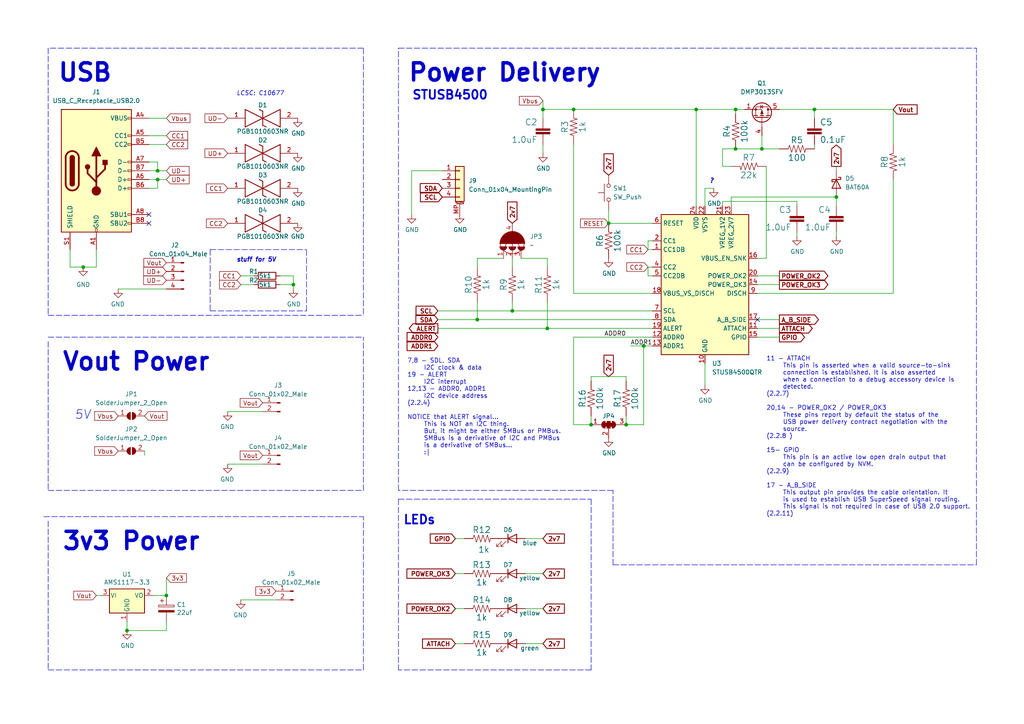
<source format=kicad_sch>
(kicad_sch (version 20211123) (generator eeschema)
  (paper "A4")
  (title_block (title "USB-C (PD) Board") (rev "0.0.1") (company "The Nerd Mage") (comment 1 "Set I2C address by cutting 1 or both links in JP4") (comment 2 "Cut all 3 links in JP3 to remove I2C pullups") (comment 3 "Stuff U1/C1 for 3v3 power supply") (comment 4 "Stuff only R1/R2 and jump J1 for 5V (non PD) power on Vout"))
  (lib_symbols
    (symbol "Connector:Conn_01x02_Male" (pin_names (offset 1.016) hide)
      (property "Reference" "J" (at 0 2.54 0))
      (property "Value" "Conn_01x02_Male" (at 0 -5.08 0))
      (symbol "Conn_01x02_Male_1_1"
        (pin passive line (at 5.08 0 180) (length 3.81) (name "Pin_1") (number "1"))
        (pin passive line (at 5.08 -2.54 180) (length 3.81) (name "Pin_2") (number "2"))
      )
    )
    (symbol "Connector:Conn_01x04_Male" (pin_names (offset 1.016) hide)
      (property "Reference" "J" (at 0 5.08 0))
      (property "Value" "Conn_01x04_Male" (at 0 -7.62 0))
      (symbol "Conn_01x04_Male_1_1"
        (pin passive line (at 5.08 2.54 180) (length 3.81) (name "Pin_1") (number "1"))
        (pin passive line (at 5.08 0 180) (length 3.81) (name "Pin_2") (number "2"))
        (pin passive line (at 5.08 -2.54 180) (length 3.81) (name "Pin_3") (number "3"))
        (pin passive line (at 5.08 -5.08 180) (length 3.81) (name "Pin_4") (number "4"))
      )
    )
    (symbol "Connector:USB_C_Receptacle_USB2.0" (pin_names (offset 1.016))
      (property "Reference" "J" (at -10.16 19.05 0))
      (property "Value" "USB_C_Receptacle_USB2.0" (at 19.05 19.05 0))
      (symbol "USB_C_Receptacle_USB2.0_1_1"
        (pin passive line (at 0 -22.86 90) (length 5.08) (name "GND") (number "A1"))
        (pin passive line (at 0 -22.86 90) (length 5.08) hide (name "GND") (number "A12"))
        (pin passive line (at 15.24 15.24 180) (length 5.08) (name "VBUS") (number "A4"))
        (pin bidirectional line (at 15.24 10.16 180) (length 5.08) (name "CC1") (number "A5"))
        (pin bidirectional line (at 15.24 -2.54 180) (length 5.08) (name "D+") (number "A6"))
        (pin bidirectional line (at 15.24 2.54 180) (length 5.08) (name "D-") (number "A7"))
        (pin bidirectional line (at 15.24 -12.7 180) (length 5.08) (name "SBU1") (number "A8"))
        (pin passive line (at 15.24 15.24 180) (length 5.08) hide (name "VBUS") (number "A9"))
        (pin passive line (at 0 -22.86 90) (length 5.08) hide (name "GND") (number "B1"))
        (pin passive line (at 0 -22.86 90) (length 5.08) hide (name "GND") (number "B12"))
        (pin passive line (at 15.24 15.24 180) (length 5.08) hide (name "VBUS") (number "B4"))
        (pin bidirectional line (at 15.24 7.62 180) (length 5.08) (name "CC2") (number "B5"))
        (pin bidirectional line (at 15.24 -5.08 180) (length 5.08) (name "D+") (number "B6"))
        (pin bidirectional line (at 15.24 0 180) (length 5.08) (name "D-") (number "B7"))
        (pin bidirectional line (at 15.24 -15.24 180) (length 5.08) (name "SBU2") (number "B8"))
        (pin passive line (at 15.24 15.24 180) (length 5.08) hide (name "VBUS") (number "B9"))
        (pin passive line (at -7.62 -22.86 90) (length 5.08) (name "SHIELD") (number "S1"))
      )
    )
    (symbol "Connector_Generic_MountingPin:Conn_01x04_MountingPin" (pin_names (offset 1.016) hide)
      (property "Reference" "J" (at 0 5.08 0))
      (property "Value" "Conn_01x04_MountingPin" (at 1.27 -7.62 0))
      (symbol "Conn_01x04_MountingPin_1_1"
        (text "Mounting" (at 0 -6.731 0) (effects (font (size 0.381 0.381))))
        (pin passive line (at -5.08 2.54 0) (length 3.81) (name "Pin_1") (number "1"))
        (pin passive line (at -5.08 0 0) (length 3.81) (name "Pin_2") (number "2"))
        (pin passive line (at -5.08 -2.54 0) (length 3.81) (name "Pin_3") (number "3"))
        (pin passive line (at -5.08 -5.08 0) (length 3.81) (name "Pin_4") (number "4"))
        (pin passive line (at 0 -10.16 90) (length 3.048) (name "MountPin") (number "MP"))
      )
    )
    (symbol "Device:CP" (pin_numbers hide) (pin_names (offset 0.254))
      (property "Reference" "C" (at 0.635 2.54 0))
      (property "Value" "Device_CP" (at 0.635 -2.54 0))
      (symbol "CP_1_1"
        (pin passive line (at 0 3.81 270) (length 2.794) (name "~") (number "1"))
        (pin passive line (at 0 -3.81 90) (length 2.794) (name "~") (number "2"))
      )
    )
    (symbol "Device:LED" (pin_numbers hide) (pin_names (offset 1.016) hide)
      (property "Reference" "D" (at 0 2.54 0))
      (property "Value" "LED" (at 0 -2.54 0))
      (symbol "LED_1_1"
        (pin passive line (at -3.81 0 0) (length 2.54) (name "K") (number "1"))
        (pin passive line (at 3.81 0 180) (length 2.54) (name "A") (number "2"))
      )
    )
    (symbol "Device:R" (pin_numbers hide) (pin_names (offset 0))
      (property "Reference" "R" (at 2.032 0 90))
      (property "Value" "R" (at 0 0 90))
      (symbol "R_1_1"
        (pin passive line (at 0 3.81 270) (length 1.27) (name "~") (number "1"))
        (pin passive line (at 0 -3.81 90) (length 1.27) (name "~") (number "2"))
      )
    )
    (symbol "Diode:BAT60A" (pin_numbers hide) (pin_names (offset 1.016) hide)
      (property "Reference" "D" (at 0 2.54 0))
      (property "Value" "BAT60A" (at 0 -2.54 0))
      (symbol "BAT60A_1_1"
        (pin passive line (at -3.81 0 0) (length 2.54) (name "K") (number "1"))
        (pin passive line (at 3.81 0 180) (length 2.54) (name "A") (number "2"))
      )
    )
    (symbol "Interface_USB:STUSB4500QTR"
      (property "Reference" "U" (at -12.7 21.59 0))
      (property "Value" "STUSB4500QTR" (at 8.89 -21.59 0))
      (symbol "STUSB4500QTR_1_1"
        (pin bidirectional line (at -15.24 10.16 0) (length 2.54) (name "CC1DB") (number "1"))
        (pin power_in line (at 0 -22.86 90) (length 2.54) (name "GND") (number "10"))
        (pin open_collector line (at 15.24 -12.7 180) (length 2.54) (name "ATTACH") (number "11"))
        (pin input line (at -15.24 -15.24 0) (length 2.54) (name "ADDR0") (number "12"))
        (pin input line (at -15.24 -17.78 0) (length 2.54) (name "ADDR1") (number "13"))
        (pin open_collector line (at 15.24 0 180) (length 2.54) (name "POWER_OK3") (number "14"))
        (pin open_collector line (at 15.24 -15.24 180) (length 2.54) (name "GPIO") (number "15"))
        (pin open_collector line (at 15.24 7.62 180) (length 2.54) (name "VBUS_EN_SNK") (number "16"))
        (pin open_collector line (at 15.24 -10.16 180) (length 2.54) (name "A_B_SIDE") (number "17"))
        (pin input line (at -15.24 -2.54 0) (length 2.54) (name "VBUS_VS_DISCH") (number "18"))
        (pin open_collector line (at -15.24 -12.7 0) (length 2.54) (name "ALERT") (number "19"))
        (pin bidirectional line (at -15.24 12.7 0) (length 2.54) (name "CC1") (number "2"))
        (pin open_collector line (at 15.24 2.54 180) (length 2.54) (name "POWER_OK2") (number "20"))
        (pin power_out line (at 5.08 22.86 270) (length 2.54) (name "VREG_1V2") (number "21"))
        (pin power_in line (at 0 22.86 270) (length 2.54) (name "VSYS") (number "22"))
        (pin power_out line (at 7.62 22.86 270) (length 2.54) (name "VREG_2V7") (number "23"))
        (pin power_in line (at -2.54 22.86 270) (length 2.54) (name "VDD") (number "24"))
        (pin passive line (at 0 -22.86 90) (length 2.54) hide (name "GND") (number "25"))
        (pin no_connect line (at -12.7 15.24 0) (length 2.54) hide (name "NC") (number "3"))
        (pin bidirectional line (at -15.24 5.08 0) (length 2.54) (name "CC2") (number "4"))
        (pin bidirectional line (at -15.24 2.54 0) (length 2.54) (name "CC2DB") (number "5"))
        (pin input line (at -15.24 17.78 0) (length 2.54) (name "RESET") (number "6"))
        (pin input line (at -15.24 -7.62 0) (length 2.54) (name "SCL") (number "7"))
        (pin bidirectional line (at -15.24 -10.16 0) (length 2.54) (name "SDA") (number "8"))
        (pin bidirectional line (at 15.24 -2.54 180) (length 2.54) (name "DISCH") (number "9"))
      )
    )
    (symbol "Jumper:SolderJumper_2_Open" (pin_names (offset 0) hide)
      (property "Reference" "JP" (at 0 2.032 0))
      (property "Value" "SolderJumper_2_Open" (at 0 -2.54 0))
      (symbol "SolderJumper_2_Open_1_1"
        (pin passive line (at -3.81 0 0) (length 2.54) (name "A") (number "1"))
        (pin passive line (at 3.81 0 180) (length 2.54) (name "B") (number "2"))
      )
    )
    (symbol "Jumper:SolderJumper_3_Bridged123" (pin_names (offset 0) hide)
      (property "Reference" "JP" (at -2.54 -2.54 0))
      (property "Value" "SolderJumper_3_Bridged123" (at 0 2.794 0))
      (symbol "SolderJumper_3_Bridged123_1_1"
        (pin passive line (at -5.08 0 0) (length 2.54) (name "A") (number "1"))
        (pin passive line (at 0 -3.81 90) (length 2.54) (name "C") (number "2"))
        (pin passive line (at 5.08 0 180) (length 2.54) (name "B") (number "3"))
      )
    )
    (symbol "PGB1010603NR:PGB1010603NR" (pin_names hide)
      (property "Value" "PGB1010603NR" (at 10.16 -6.35 0))
      (property "Reference_1" "D" (at 12.7 8.89 0))
      (property "Value_1" "PGB1010603NR" (at 12.7 6.35 0))
      (symbol "PGB1010603NR_1_1"
        (pin passive line (at 0 0 0) (length 5.08) (name "1") (number "1"))
        (pin passive line (at 20.32 0 180) (length 5.08) (name "2") (number "2"))
      )
    )
    (symbol "Regulator_Linear:AMS1117-3.3" (pin_names (offset 0.254))
      (property "Reference" "U" (at -3.81 3.175 0))
      (property "Value" "AMS1117-3.3" (at 0 3.175 0))
      (symbol "AMS1117-3.3_1_1"
        (pin power_in line (at 0 -7.62 90) (length 2.54) (name "GND") (number "1"))
        (pin power_out line (at 7.62 0 180) (length 2.54) (name "VO") (number "2"))
        (pin power_in line (at -7.62 0 0) (length 2.54) (name "VI") (number "3"))
      )
    )
    (symbol "SparkFun_STUSB4500_USB-PD-eagle-import:0.1UF-0603-100V-10%"
      (property "Reference" "C" (at 1.524 2.921 0))
      (property "Value" "0.1UF-0603-100V-10%" (at 1.524 -2.159 0))
      (symbol "0.1UF-0603-100V-10%_1_0"
        (pin passive line (at 0 5.08 270) (length 2.54) (name "1") (number "1"))
        (pin passive line (at 0 -2.54 90) (length 2.54) (name "2") (number "2"))
      )
    )
    (symbol "SparkFun_STUSB4500_USB-PD-eagle-import:1.0UF-0603-16V-10%"
      (property "Reference" "C" (at 1.524 2.921 0))
      (property "Value" "1.0UF-0603-16V-10%" (at 1.524 -2.159 0))
      (symbol "1.0UF-0603-16V-10%_1_0"
        (pin passive line (at 0 5.08 270) (length 2.54) (name "1") (number "1"))
        (pin passive line (at 0 -2.54 90) (length 2.54) (name "2") (number "2"))
      )
    )
    (symbol "SparkFun_STUSB4500_USB-PD-eagle-import:100KOHM-0603-1{slash}10W-1%"
      (property "Reference" "R" (at 0 1.524 0))
      (property "Value" "100KOHM-0603-1{slash}10W-1%" (at 0 -1.524 0))
      (symbol "100KOHM-0603-1{slash}10W-1%_1_0"
        (pin passive line (at -5.08 0 0) (length 2.54) (name "1") (number "1"))
        (pin passive line (at 5.08 0 180) (length 2.54) (name "2") (number "2"))
      )
    )
    (symbol "SparkFun_STUSB4500_USB-PD-eagle-import:100OHM-0603-1{slash}10W-1%"
      (property "Reference" "R" (at 0 1.524 0))
      (property "Value" "100OHM-0603-1{slash}10W-1%" (at 0 -1.524 0))
      (symbol "100OHM-0603-1{slash}10W-1%_1_0"
        (pin passive line (at -5.08 0 0) (length 2.54) (name "1") (number "1"))
        (pin passive line (at 5.08 0 180) (length 2.54) (name "2") (number "2"))
      )
    )
    (symbol "SparkFun_STUSB4500_USB-PD-eagle-import:1KOHM-0603-1{slash}10W-1%"
      (property "Reference" "R" (at 0 1.524 0))
      (property "Value" "1KOHM-0603-1{slash}10W-1%" (at 0 -1.524 0))
      (symbol "1KOHM-0603-1{slash}10W-1%_1_0"
        (pin passive line (at -5.08 0 0) (length 2.54) (name "1") (number "1"))
        (pin passive line (at 5.08 0 180) (length 2.54) (name "2") (number "2"))
      )
    )
    (symbol "SparkFun_STUSB4500_USB-PD-eagle-import:22KOHM-0603-1{slash}10W-1%"
      (property "Reference" "R" (at 0 1.524 0))
      (property "Value" "22KOHM-0603-1{slash}10W-1%" (at 0 -1.524 0))
      (symbol "22KOHM-0603-1{slash}10W-1%_1_0"
        (pin passive line (at -5.08 0 0) (length 2.54) (name "1") (number "1"))
        (pin passive line (at 5.08 0 180) (length 2.54) (name "2") (number "2"))
      )
    )
    (symbol "Switch:SW_Push" (pin_numbers hide) (pin_names (offset 1.016) hide)
      (property "Reference" "SW" (at 1.27 2.54 0))
      (property "Value" "SW_Push" (at 0 -1.524 0))
      (symbol "SW_Push_0_1"
        (pin passive line (at -5.08 0 0) (length 2.54) (name "1") (number "1"))
        (pin passive line (at 5.08 0 180) (length 2.54) (name "2") (number "2"))
      )
    )
    (symbol "Transistor_FET:DMP3013SFV" (pin_names hide)
      (property "Reference" "Q" (at 5.08 1.905 0))
      (property "Value" "DMP3013SFV" (at 5.08 0 0))
      (symbol "DMP3013SFV_1_1"
        (pin passive line (at 2.54 -5.08 90) (length 2.54) (name "S") (number "1"))
        (pin passive line (at 2.54 -5.08 90) (length 2.54) hide (name "S") (number "2"))
        (pin passive line (at 2.54 -5.08 90) (length 2.54) hide (name "S") (number "3"))
        (pin passive line (at -5.08 0 0) (length 2.54) (name "G") (number "4"))
        (pin passive line (at 2.54 5.08 270) (length 2.54) (name "D") (number "5"))
      )
    )
    (symbol "power:GND" (power) (pin_names (offset 0))
      (property "Value" "GND" (at 0 -3.81 0))
      (symbol "GND_1_1"
        (pin power_in line (at 0 0 270) (length 0) hide (name "GND") (number "1"))
      )
    )
    (symbol "solderjumper_4_bridged_all:SolderJumper_4_Bridged" (pin_names (offset 0) hide)
      (property "Reference" "JP" (at -5.08 1.27 0))
      (property "Value" "SolderJumper_4_Bridged" (at 0 -11.43 0))
      (symbol "SolderJumper_4_Bridged_1_1"
        (pin passive line (at -2.54 -3.81 90) (length 2.54) (name "A") (number "1"))
        (pin passive line (at 0 -3.81 90) (length 2.54) (name "B") (number "2"))
        (pin passive line (at 2.54 -3.81 90) (length 2.54) (name "B") (number "3"))
        (pin passive line (at 0 6.35 270) (length 2.54) (name "B") (number "4"))
      )
    )
  )
  (junction (at 181.61 123.19))
  (junction (at 157.48 31.75))
  (junction (at 24.13 77.47))
  (junction (at 220.98 43.18))
  (junction (at 166.37 31.75))
  (junction (at 138.43 92.71))
  (junction (at 201.93 31.75))
  (junction (at 171.45 123.19))
  (junction (at 48.26 172.72))
  (junction (at 45.72 49.53))
  (junction (at 236.22 31.75))
  (junction (at 176.53 64.77))
  (junction (at 148.59 90.17))
  (junction (at 242.57 57.15))
  (junction (at 45.72 52.07))
  (junction (at 213.36 31.75))
  (junction (at 36.83 182.88))
  (junction (at 186.69 100.33))
  (junction (at 213.36 43.18))
  (junction (at 158.75 95.25))
  (junction (at 85.09 82.55))
  (no_connect (at 43.18 62.23))
  (no_connect (at 43.18 64.77))
  (no_connect (at 219.71 92.71))
  (wire (pts (xy 158.75 95.25) (xy 189.23 95.25)))
  (wire (pts (xy 182.88 100.33) (xy 186.69 100.33)))
  (wire (pts (xy 27.94 172.72) (xy 29.21 172.72)))
  (wire (pts (xy 186.69 100.33) (xy 189.23 100.33)))
  (wire (pts (xy 204.47 54.61) (xy 204.47 59.69)))
  (wire (pts (xy 236.22 31.75) (xy 259.08 31.75)))
  (wire (pts (xy 213.36 33.02) (xy 213.36 31.75)))
  (polyline (pts (xy 115.57 144.78) (xy 171.45 144.78)))
  (polyline (pts (xy 105.41 13.97) (xy 105.41 91.44)))
  (wire (pts (xy 213.36 43.18) (xy 220.98 43.18)))
  (wire (pts (xy 176.53 60.96) (xy 176.53 64.77)))
  (wire (pts (xy 43.18 34.29) (xy 48.26 34.29)))
  (wire (pts (xy 219.71 97.79) (xy 226.06 97.79)))
  (wire (pts (xy 242.57 49.53) (xy 242.57 48.26)))
  (wire (pts (xy 181.61 120.65) (xy 181.61 123.19)))
  (wire (pts (xy 219.71 82.55) (xy 226.06 82.55)))
  (wire (pts (xy 186.69 123.19) (xy 186.69 100.33)))
  (wire (pts (xy 44.45 172.72) (xy 48.26 172.72)))
  (polyline (pts (xy 105.41 13.97) (xy 13.97 13.97)))
  (polyline (pts (xy 13.97 142.24) (xy 105.41 142.24)))
  (wire (pts (xy 201.93 31.75) (xy 166.37 31.75)))
  (polyline (pts (xy 115.57 144.78) (xy 115.57 194.31)))
  (wire (pts (xy 152.4 156.21) (xy 157.48 156.21)))
  (wire (pts (xy 138.43 92.71) (xy 189.23 92.71)))
  (wire (pts (xy 187.96 69.85) (xy 187.96 72.39)))
  (wire (pts (xy 166.37 97.79) (xy 189.23 97.79)))
  (polyline (pts (xy 105.41 142.24) (xy 105.41 97.79)))
  (wire (pts (xy 127 90.17) (xy 148.59 90.17)))
  (wire (pts (xy 85.09 82.55) (xy 85.09 83.82)))
  (polyline (pts (xy 88.9 90.17) (xy 88.9 72.39)))
  (wire (pts (xy 20.32 77.47) (xy 24.13 77.47)))
  (wire (pts (xy 45.72 49.53) (xy 48.26 49.53)))
  (wire (pts (xy 43.18 54.61) (xy 45.72 54.61)))
  (wire (pts (xy 69.85 80.01) (xy 73.66 80.01)))
  (wire (pts (xy 231.14 58.42) (xy 231.14 59.69)))
  (polyline (pts (xy 60.96 90.17) (xy 88.9 90.17)))
  (wire (pts (xy 128.27 49.53) (xy 119.38 49.53)))
  (wire (pts (xy 157.48 31.75) (xy 166.37 31.75)))
  (wire (pts (xy 152.4 186.69) (xy 157.48 186.69)))
  (wire (pts (xy 146.05 74.93) (xy 138.43 74.93)))
  (wire (pts (xy 212.09 59.69) (xy 212.09 57.15)))
  (polyline (pts (xy 12.7 149.86) (xy 105.41 149.86)))
  (wire (pts (xy 134.62 186.69) (xy 132.08 186.69)))
  (wire (pts (xy 157.48 41.91) (xy 157.48 44.45)))
  (wire (pts (xy 171.45 120.65) (xy 171.45 123.19)))
  (wire (pts (xy 166.37 123.19) (xy 166.37 97.79)))
  (wire (pts (xy 204.47 105.41) (xy 204.47 111.76)))
  (wire (pts (xy 43.18 41.91) (xy 48.26 41.91)))
  (wire (pts (xy 209.55 58.42) (xy 209.55 59.69)))
  (wire (pts (xy 201.93 31.75) (xy 201.93 59.69)))
  (polyline (pts (xy 13.97 99.06) (xy 13.97 142.24)))
  (wire (pts (xy 189.23 69.85) (xy 187.96 69.85)))
  (polyline (pts (xy 60.96 72.39) (xy 60.96 90.17)))
  (wire (pts (xy 152.4 176.53) (xy 157.48 176.53)))
  (polyline (pts (xy 171.45 194.31) (xy 115.57 194.31)))
  (wire (pts (xy 157.48 31.75) (xy 157.48 34.29)))
  (wire (pts (xy 81.28 80.01) (xy 85.09 80.01)))
  (wire (pts (xy 138.43 74.93) (xy 138.43 77.47)))
  (polyline (pts (xy 13.97 194.31) (xy 105.41 194.31)))
  (wire (pts (xy 43.18 46.99) (xy 45.72 46.99)))
  (wire (pts (xy 48.26 83.82) (xy 34.29 83.82)))
  (wire (pts (xy 157.48 29.21) (xy 157.48 31.75)))
  (wire (pts (xy 189.23 77.47) (xy 187.96 77.47)))
  (wire (pts (xy 219.71 95.25) (xy 226.06 95.25)))
  (polyline (pts (xy 13.97 91.44) (xy 105.41 91.44)))
  (wire (pts (xy 45.72 52.07) (xy 48.26 52.07)))
  (wire (pts (xy 148.59 74.93) (xy 148.59 77.47)))
  (wire (pts (xy 242.57 67.31) (xy 242.57 68.58)))
  (wire (pts (xy 48.26 167.64) (xy 48.26 172.72)))
  (wire (pts (xy 213.36 31.75) (xy 201.93 31.75)))
  (wire (pts (xy 48.26 180.34) (xy 48.26 182.88)))
  (wire (pts (xy 219.71 80.01) (xy 226.06 80.01)))
  (wire (pts (xy 231.14 67.31) (xy 231.14 68.58)))
  (wire (pts (xy 43.18 52.07) (xy 45.72 52.07)))
  (wire (pts (xy 48.26 182.88) (xy 36.83 182.88)))
  (wire (pts (xy 207.01 54.61) (xy 204.47 54.61)))
  (wire (pts (xy 209.55 58.42) (xy 231.14 58.42)))
  (polyline (pts (xy 115.57 142.24) (xy 115.57 13.97)))
  (polyline (pts (xy 105.41 194.31) (xy 105.41 149.86)))
  (wire (pts (xy 259.08 52.07) (xy 259.08 85.09)))
  (wire (pts (xy 212.09 57.15) (xy 242.57 57.15)))
  (polyline (pts (xy 13.97 151.13) (xy 13.97 194.31)))
  (wire (pts (xy 181.61 110.49) (xy 181.61 109.22)))
  (polyline (pts (xy 115.57 13.97) (xy 283.21 13.97)))
  (polyline (pts (xy 177.8 142.24) (xy 115.57 142.24)))
  (wire (pts (xy 81.28 82.55) (xy 85.09 82.55)))
  (polyline (pts (xy 13.97 13.97) (xy 13.97 91.44)))
  (wire (pts (xy 213.36 31.75) (xy 215.9 31.75)))
  (wire (pts (xy 158.75 87.63) (xy 158.75 95.25)))
  (wire (pts (xy 76.2 119.38) (xy 66.04 119.38)))
  (wire (pts (xy 187.96 80.01) (xy 187.96 77.47)))
  (wire (pts (xy 43.18 49.53) (xy 45.72 49.53)))
  (polyline (pts (xy 177.8 163.83) (xy 177.8 142.24)))
  (wire (pts (xy 220.98 43.18) (xy 226.06 43.18)))
  (polyline (pts (xy 60.96 72.39) (xy 88.9 72.39)))
  (wire (pts (xy 259.08 31.75) (xy 259.08 41.91)))
  (wire (pts (xy 41.91 132.08) (xy 41.91 130.81)))
  (wire (pts (xy 134.62 166.37) (xy 132.08 166.37)))
  (wire (pts (xy 27.94 72.39) (xy 27.94 77.47)))
  (wire (pts (xy 127 92.71) (xy 138.43 92.71)))
  (wire (pts (xy 76.2 134.62) (xy 66.04 134.62)))
  (wire (pts (xy 138.43 87.63) (xy 138.43 92.71)))
  (wire (pts (xy 148.59 87.63) (xy 148.59 90.17)))
  (wire (pts (xy 24.13 77.47) (xy 27.94 77.47)))
  (wire (pts (xy 20.32 72.39) (xy 20.32 77.47)))
  (wire (pts (xy 166.37 85.09) (xy 166.37 41.91)))
  (wire (pts (xy 171.45 109.22) (xy 171.45 110.49)))
  (wire (pts (xy 222.25 74.93) (xy 222.25 48.26)))
  (wire (pts (xy 189.23 72.39) (xy 187.96 72.39)))
  (wire (pts (xy 151.13 74.93) (xy 158.75 74.93)))
  (wire (pts (xy 69.85 82.55) (xy 73.66 82.55)))
  (wire (pts (xy 236.22 34.29) (xy 236.22 31.75)))
  (polyline (pts (xy 177.8 163.83) (xy 283.21 163.83)))
  (wire (pts (xy 209.55 43.18) (xy 213.36 43.18)))
  (wire (pts (xy 181.61 123.19) (xy 186.69 123.19)))
  (wire (pts (xy 189.23 80.01) (xy 187.96 80.01)))
  (wire (pts (xy 132.08 156.21) (xy 134.62 156.21)))
  (wire (pts (xy 219.71 74.93) (xy 222.25 74.93)))
  (wire (pts (xy 119.38 49.53) (xy 119.38 62.23)))
  (wire (pts (xy 171.45 123.19) (xy 166.37 123.19)))
  (wire (pts (xy 220.98 39.37) (xy 220.98 43.18)))
  (wire (pts (xy 45.72 54.61) (xy 45.72 52.07)))
  (wire (pts (xy 166.37 85.09) (xy 189.23 85.09)))
  (wire (pts (xy 127 95.25) (xy 158.75 95.25)))
  (wire (pts (xy 209.55 48.26) (xy 212.09 48.26)))
  (wire (pts (xy 181.61 109.22) (xy 171.45 109.22)))
  (wire (pts (xy 236.22 31.75) (xy 226.06 31.75)))
  (wire (pts (xy 36.83 182.88) (xy 36.83 180.34)))
  (wire (pts (xy 242.57 57.15) (xy 242.57 59.69)))
  (wire (pts (xy 219.71 92.71) (xy 226.06 92.71)))
  (wire (pts (xy 152.4 166.37) (xy 157.48 166.37)))
  (polyline (pts (xy 171.45 144.78) (xy 171.45 194.31)))
  (wire (pts (xy 209.55 43.18) (xy 209.55 48.26)))
  (wire (pts (xy 259.08 85.09) (xy 219.71 85.09)))
  (wire (pts (xy 43.18 39.37) (xy 48.26 39.37)))
  (wire (pts (xy 158.75 74.93) (xy 158.75 77.47)))
  (wire (pts (xy 45.72 46.99) (xy 45.72 49.53)))
  (wire (pts (xy 176.53 64.77) (xy 189.23 64.77)))
  (polyline (pts (xy 283.21 163.83) (xy 283.21 13.97)))
  (polyline (pts (xy 13.97 97.79) (xy 105.41 97.79)))
  (wire (pts (xy 85.09 80.01) (xy 85.09 82.55)))
  (wire (pts (xy 134.62 176.53) (xy 132.08 176.53)))
  (wire (pts (xy 236.22 43.18) (xy 236.22 41.91)))
  (wire (pts (xy 148.59 90.17) (xy 189.23 90.17)))
  (wire (pts (xy 80.01 173.99) (xy 69.85 173.99)))
  (text "3v3 Power" (at 17.78 160.02 0) (effects (font (size 5 5) (thickness 1) bold) (justify left bottom)))
  (text "Vout Power" (at 17.78 107.95 0) (effects (font (size 5 5) (thickness 1) bold) (justify left bottom)))
  (text "stuff for 5V" (at 68.58 76.2 0) (effects (font (size 1.27 1.27) (thickness 0.254) bold italic) (justify left bottom)))
  (text "?" (at 205.74 53.34 0) (effects (font (size 1.27 1.27) (thickness 0.254) bold italic) (justify left bottom)))
  (text "STUSB4500" (at 119.38 29.21 180) (effects (font (size 2.54 2.54) (thickness 0.508) bold) (justify left bottom)))
  (text "LCSC: C10677" (at 68.58 27.94 0) (effects (font (size 1.27 1.27) italic) (justify left bottom)))
  (text "USB" (at 16.51 24.13 0) (effects (font (size 5 5) (thickness 1) bold) (justify left bottom)))
  (text "7,8 - SDL, SDA\n	I2C clock & data\n19 - ALERT\n	I2C interrupt\n12,13 - ADDR0, ADDR1\n	I2C device address\n(2.2.4)\n\nNOTICE that ALERT signal...\n	This is NOT an I2C thing.\n	But, it might be either SMBus or PMBus.\n	SMBus is a derivative of I2C and PMBus\n	is a derivative of SMBus...\n	:|" (at 118.11 132.08 0) (effects (font (size 1.27 1.27)) (justify left bottom)))
  (text "Power Delivery" (at 118.11 24.13 0) (effects (font (size 5 5) (thickness 1) bold) (justify left bottom)))
  (text "5V" (at 21.59 121.92 0) (effects (font (size 2.54 2.54) italic) (justify left bottom)))
  (text "11 - ATTACH\n	This pin is asserted when a valid source-to-sink\n	connection is established. It is also asserted\n	when a connection to a debug accessory device is\n	detected.\n(2.2.7)\n\n20,14 - POWER_OK2 / POWER_OK3\n	These pins report by default the status of the\n	USB power delivery contract negotiation with the\n	source.\n(2.2.8 )\n\n15- GPIO\n	This pin is an active low open drain output that\n	can be configured by NVM.\n(2.2.9)\n\n17 - A_B_SIDE\n	This output pin provides the cable orientation. It\n	is used to establish USB SuperSpeed signal routing.\n	This signal is not required in case of USB 2.0 support.\n(2.2.11)" (at 222.25 149.86 0) (effects (font (size 1.27 1.27)) (justify left bottom)))
  (text "LEDs" (at 116.84 152.4 180) (effects (font (size 2.54 2.54) (thickness 0.508) bold) (justify left bottom)))
  (label "ADDR1" (at 182.88 100.33 0))
  (label "ADDR0" (at 175.26 97.79 0))
  (global_label "2v7" (shape input) (at 157.48 186.69 0) (effects (font (thickness 0.254) bold)) (property "Intersheet References" "${INTERSHEET_REFS}" (effects hide)))
  (global_label "Vbus" (shape input) (at 34.29 120.65 180) (property "Intersheet References" "${INTERSHEET_REFS}" (effects hide)))
  (global_label "Vout" (shape input) (at 41.91 120.65 0) (property "Intersheet References" "${INTERSHEET_REFS}" (effects hide)))
  (global_label "Vbus" (shape input) (at 34.29 130.81 180) (property "Intersheet References" "${INTERSHEET_REFS}" (effects hide)))
  (global_label "GPIO" (shape output) (at 226.06 97.79 0) (effects (font (thickness 0.254) bold)) (property "Intersheet References" "${INTERSHEET_REFS}" (effects hide)))
  (global_label "CC2" (shape input) (at 187.96 77.47 180) (property "Intersheet References" "${INTERSHEET_REFS}" (effects hide)))
  (global_label "SCL" (shape input) (at 127 90.17 180) (effects (font (thickness 0.254) bold)) (property "Intersheet References" "${INTERSHEET_REFS}" (effects hide)))
  (global_label "3v3" (shape input) (at 48.26 167.64 0) (property "Intersheet References" "${INTERSHEET_REFS}" (effects hide)))
  (global_label "2v7" (shape output) (at 242.57 48.26 90) (effects (font (thickness 0.254) bold)) (property "Intersheet References" "${INTERSHEET_REFS}" (effects hide)))
  (global_label "CC1" (shape input) (at 187.96 72.39 180) (property "Intersheet References" "${INTERSHEET_REFS}" (effects hide)))
  (global_label "ATTACH" (shape input) (at 132.08 186.69 180) (effects (font (thickness 0.254) bold)) (property "Intersheet References" "${INTERSHEET_REFS}" (effects hide)))
  (global_label "Vout" (shape input) (at 48.26 76.2 180) (property "Intersheet References" "${INTERSHEET_REFS}" (effects hide)))
  (global_label "RESET" (shape input) (at 176.53 64.77 180) (property "Intersheet References" "${INTERSHEET_REFS}" (effects hide)))
  (global_label "ADDR0" (shape input) (at 127 97.79 180) (effects (font bold)) (property "Intersheet References" "${INTERSHEET_REFS}" (effects hide)))
  (global_label "Vout" (shape input) (at 76.2 116.84 180) (property "Intersheet References" "${INTERSHEET_REFS}" (effects hide)))
  (global_label "Vout" (shape input) (at 259.08 31.75 0) (effects (font (thickness 0.254) bold)) (property "Intersheet References" "${INTERSHEET_REFS}" (effects hide)))
  (global_label "POWER_OK3" (shape input) (at 132.08 166.37 180) (effects (font (thickness 0.254) bold)) (property "Intersheet References" "${INTERSHEET_REFS}" (effects hide)))
  (global_label "3v3" (shape input) (at 80.01 171.45 180) (property "Intersheet References" "${INTERSHEET_REFS}" (effects hide)))
  (global_label "UD+" (shape input) (at 48.26 52.07 0) (property "Intersheet References" "${INTERSHEET_REFS}" (effects hide)))
  (global_label "CC1" (shape input) (at 48.26 39.37 0) (property "Intersheet References" "${INTERSHEET_REFS}" (effects hide)))
  (global_label "UD-" (shape input) (at 48.26 81.28 180) (property "Intersheet References" "${INTERSHEET_REFS}" (effects hide)))
  (global_label "A_B_SIDE" (shape output) (at 226.06 92.71 0) (effects (font (thickness 0.254) bold)) (property "Intersheet References" "${INTERSHEET_REFS}" (effects hide)))
  (global_label "2v7" (shape input) (at 157.48 176.53 0) (effects (font (thickness 0.254) bold)) (property "Intersheet References" "${INTERSHEET_REFS}" (effects hide)))
  (global_label "CC2" (shape input) (at 66.04 64.77 180) (property "Intersheet References" "${INTERSHEET_REFS}" (effects hide)))
  (global_label "UD+" (shape input) (at 66.04 44.45 180) (property "Intersheet References" "${INTERSHEET_REFS}" (effects hide)))
  (global_label "2v7" (shape input) (at 157.48 156.21 0) (effects (font (thickness 0.254) bold)) (property "Intersheet References" "${INTERSHEET_REFS}" (effects hide)))
  (global_label "SDA" (shape input) (at 127 92.71 180) (effects (font bold)) (property "Intersheet References" "${INTERSHEET_REFS}" (effects hide)))
  (global_label "POWER_OK2" (shape output) (at 226.06 80.01 0) (effects (font (thickness 0.254) bold)) (property "Intersheet References" "${INTERSHEET_REFS}" (effects hide)))
  (global_label "2v7" (shape input) (at 157.48 166.37 0) (effects (font (thickness 0.254) bold)) (property "Intersheet References" "${INTERSHEET_REFS}" (effects hide)))
  (global_label "CC2" (shape input) (at 48.26 41.91 0) (property "Intersheet References" "${INTERSHEET_REFS}" (effects hide)))
  (global_label "POWER_OK3" (shape output) (at 226.06 82.55 0) (effects (font (thickness 0.254) bold)) (property "Intersheet References" "${INTERSHEET_REFS}" (effects hide)))
  (global_label "ATTACH" (shape output) (at 226.06 95.25 0) (effects (font (thickness 0.254) bold)) (property "Intersheet References" "${INTERSHEET_REFS}" (effects hide)))
  (global_label "ALERT" (shape output) (at 127 95.25 180) (effects (font bold)) (property "Intersheet References" "${INTERSHEET_REFS}" (effects hide)))
  (global_label "SDA" (shape input) (at 128.27 54.61 180) (effects (font bold)) (property "Intersheet References" "${INTERSHEET_REFS}" (effects hide)))
  (global_label "UD-" (shape input) (at 48.26 49.53 0) (property "Intersheet References" "${INTERSHEET_REFS}" (effects hide)))
  (global_label "2v7" (shape input) (at 176.53 109.22 90) (effects (font (thickness 0.254) bold)) (property "Intersheet References" "${INTERSHEET_REFS}" (effects hide)))
  (global_label "2v7" (shape input) (at 148.59 64.77 90) (effects (font (thickness 0.254) bold)) (property "Intersheet References" "${INTERSHEET_REFS}" (effects hide)))
  (global_label "GPIO" (shape input) (at 132.08 156.21 180) (effects (font (thickness 0.254) bold)) (property "Intersheet References" "${INTERSHEET_REFS}" (effects hide)))
  (global_label "CC2" (shape input) (at 69.85 82.55 180) (property "Intersheet References" "${INTERSHEET_REFS}" (effects hide)))
  (global_label "Vbus" (shape input) (at 157.48 29.21 180) (property "Intersheet References" "${INTERSHEET_REFS}" (effects hide)))
  (global_label "Vout" (shape input) (at 76.2 132.08 180) (property "Intersheet References" "${INTERSHEET_REFS}" (effects hide)))
  (global_label "SCL" (shape input) (at 128.27 57.15 180) (effects (font (thickness 0.254) bold)) (property "Intersheet References" "${INTERSHEET_REFS}" (effects hide)))
  (global_label "2v7" (shape input) (at 176.53 50.8 90) (effects (font (thickness 0.254) bold)) (property "Intersheet References" "${INTERSHEET_REFS}" (effects hide)))
  (global_label "CC1" (shape input) (at 66.04 54.61 180) (property "Intersheet References" "${INTERSHEET_REFS}" (effects hide)))
  (global_label "Vbus" (shape input) (at 48.26 34.29 0) (property "Intersheet References" "${INTERSHEET_REFS}" (effects hide)))
  (global_label "UD-" (shape input) (at 66.04 34.29 180) (property "Intersheet References" "${INTERSHEET_REFS}" (effects hide)))
  (global_label "Vout" (shape input) (at 27.94 172.72 180) (property "Intersheet References" "${INTERSHEET_REFS}" (effects hide)))
  (global_label "ADDR1" (shape input) (at 127 100.33 180) (effects (font bold)) (property "Intersheet References" "${INTERSHEET_REFS}" (effects hide)))
  (global_label "UD+" (shape input) (at 48.26 78.74 180) (property "Intersheet References" "${INTERSHEET_REFS}" (effects hide)))
  (global_label "POWER_OK2" (shape input) (at 132.08 176.53 180) (effects (font (thickness 0.254) bold)) (property "Intersheet References" "${INTERSHEET_REFS}" (effects hide)))
  (global_label "CC1" (shape input) (at 69.85 80.01 180) (property "Intersheet References" "${INTERSHEET_REFS}" (effects hide)))
  (symbol (lib_id "Diode:BAT60A") (at 242.57 53.34 270) (unit 1)
    (property "Reference" "D5" (at 245.11 51.7524 90) (effects (justify left)))
    (property "Value" "BAT60A" (at 245.11 54.2924 90) (effects (justify left)))
    (property "Footprint" "Diode_SMD:D_SOD-323" (effects hide))
    (property "Datasheet" "https://www.infineon.com/dgdl/Infineon-BAT60ASERIES-DS-v01_01-en.pdf?fileId=db3a304313d846880113def70c9304a9" (effects hide))
  )
  (symbol (lib_id "Jumper:SolderJumper_3_Bridged123") (at 176.53 123.19 0) (unit 1)
    (property "Reference" "JP4" (at 176.53 120.65 0))
    (property "Value" "SolderJumper_3_Bridged123" (effects hide))
    (property "Footprint" "Tinker:SolderJumper-3_P1.3mm_Bridged123_Pad1.0x1.5mm" (effects hide))
  )
  (symbol (lib_id "Device:LED") (at 148.59 186.69 0) (unit 1)
    (property "Reference" "D9" (at 147.32 184.15 0))
    (property "Value" "green" (at 153.67 187.96 0))
    (property "Footprint" "LED_SMD:LED_0603_1608Metric" (effects hide))
  )
  (symbol (lib_id "Device:LED") (at 148.59 166.37 0) (unit 1)
    (property "Reference" "D7" (at 147.32 163.83 0))
    (property "Value" "yellow" (at 153.67 167.64 0))
    (property "Footprint" "LED_SMD:LED_0603_1608Metric" (effects hide))
  )
  (symbol (lib_id "SparkFun_STUSB4500_USB-PD-eagle-import:1.0UF-0603-16V-10%") (at 157.48 39.37 0) (mirror y) (unit 1)
    (property "Reference" "C2" (at 155.956 36.449 0) (effects (font (size 1.778 1.778)) (justify left bottom)))
    (property "Value" "1.0uF" (at 155.956 41.529 0) (effects (font (size 1.778 1.778)) (justify left bottom)))
    (property "Footprint" "Capacitor_SMD:C_0603_1608Metric" (effects hide))
  )
  (symbol (lib_id "SparkFun_STUSB4500_USB-PD-eagle-import:1.0UF-0603-16V-10%") (at 242.57 64.77 0) (mirror y) (unit 1)
    (property "Reference" "C4" (at 241.046 61.849 0) (effects (font (size 1.778 1.778)) (justify left bottom)))
    (property "Value" "1.0uF" (at 241.046 66.929 0) (effects (font (size 1.778 1.778)) (justify left bottom)))
    (property "Footprint" "Capacitor_SMD:C_0603_1608Metric" (effects hide))
  )
  (symbol (lib_id "PGB1010603NR:PGB1010603NR") (at 66.04 54.61 0) (unit 1)
    (property "Reference" "D3" (at 76.2 50.8 0))
    (property "Value" "PGB1010603NR" (at 76.2 58.42 0))
    (property "Footprint" "Tinker:PGB1010603NRHF" (effects hide))
    (property "Reference_1" "D" (effects hide))
    (property "Value_1" "PGB1010603NR" (effects hide))
    (property "Footprint_1" "PGB1010603NRHF" (effects hide))
    (property "Datasheet_1" "https://www.littelfuse.com/data/en/data_sheets/littelfuse_pulseguard-esd_pgb1.pdf" (effects hide))
    (property "Height" "0.36" (effects hide))
    (property "Manufacturer_Name" "LITTELFUSE" (effects hide))
    (property "Manufacturer_Part_Number" "PGB1010603NR" (effects hide))
    (property "Mouser Part Number" "576-PGB1010603NR" (effects hide))
    (property "Mouser Price/Stock" "https://www.mouser.co.uk/ProductDetail/Littelfuse/PGB1010603NR?qs=gu7KAQ731UTJOoBJUwB8FA%3D%3D" (effects hide))
    (property "Arrow Part Number" "PGB1010603NR" (effects hide))
    (property "Arrow Price/Stock" "https://www.arrow.com/en/products/pgb1010603nr/littelfuse?region=nac" (effects hide))
  )
  (symbol (lib_id "SparkFun_STUSB4500_USB-PD-eagle-import:100OHM-0603-1{slash}10W-1%") (at 231.14 43.18 0) (unit 1)
    (property "Reference" "R5" (at 231.14 41.656 0) (effects (font (size 1.778 1.778)) (justify bottom)))
    (property "Value" "100" (at 231.14 44.704 0) (effects (font (size 1.778 1.778)) (justify top)))
    (property "Footprint" "Resistor_SMD:R_0603_1608Metric" (effects hide))
  )
  (symbol (lib_id "SparkFun_STUSB4500_USB-PD-eagle-import:100KOHM-0603-1{slash}10W-1%") (at 213.36 38.1 90) (unit 1)
    (property "Reference" "R4" (at 211.836 38.1 0) (effects (font (size 1.778 1.778)) (justify bottom)))
    (property "Value" "100k" (at 214.884 38.1 0) (effects (font (size 1.778 1.778)) (justify top)))
    (property "Footprint" "Resistor_SMD:R_0603_1608Metric" (effects hide))
  )
  (symbol (lib_id "Device:LED") (at 148.59 156.21 0) (unit 1)
    (property "Reference" "D6" (at 147.32 153.67 0))
    (property "Value" "blue" (at 153.67 157.48 0))
    (property "Footprint" "LED_SMD:LED_0603_1608Metric" (effects hide))
  )
  (symbol (lib_id "SparkFun_STUSB4500_USB-PD-eagle-import:1.0UF-0603-16V-10%") (at 231.14 64.77 0) (mirror y) (unit 1)
    (property "Reference" "C3" (at 229.616 61.849 0) (effects (font (size 1.778 1.778)) (justify left bottom)))
    (property "Value" "1.0uF" (at 229.616 66.929 0) (effects (font (size 1.778 1.778)) (justify left bottom)))
    (property "Footprint" "Capacitor_SMD:C_0603_1608Metric" (effects hide))
  )
  (symbol (lib_id "PGB1010603NR:PGB1010603NR") (at 66.04 34.29 0) (unit 1)
    (property "Reference" "D1" (at 76.2 30.48 0))
    (property "Value" "PGB1010603NR" (at 76.2 38.1 0))
    (property "Footprint" "Tinker:PGB1010603NRHF" (effects hide))
    (property "Reference_1" "D" (effects hide))
    (property "Value_1" "PGB1010603NR" (effects hide))
    (property "Footprint_1" "PGB1010603NRHF" (effects hide))
    (property "Datasheet_1" "https://www.littelfuse.com/data/en/data_sheets/littelfuse_pulseguard-esd_pgb1.pdf" (effects hide))
    (property "Height" "0.36" (effects hide))
    (property "Manufacturer_Name" "LITTELFUSE" (effects hide))
    (property "Manufacturer_Part_Number" "PGB1010603NR" (effects hide))
    (property "Mouser Part Number" "576-PGB1010603NR" (effects hide))
    (property "Mouser Price/Stock" "https://www.mouser.co.uk/ProductDetail/Littelfuse/PGB1010603NR?qs=gu7KAQ731UTJOoBJUwB8FA%3D%3D" (effects hide))
    (property "Arrow Part Number" "PGB1010603NR" (effects hide))
    (property "Arrow Price/Stock" "https://www.arrow.com/en/products/pgb1010603nr/littelfuse?region=nac" (effects hide))
  )
  (symbol (lib_id "Jumper:SolderJumper_2_Open") (at 38.1 130.81 0) (unit 1) (on_board no)
    (property "Reference" "JP2" (at 38.1 124.46 0))
    (property "Value" "SolderJumper_2_Open" (at 38.1 127 0))
    (property "Footprint" "Tinker:SolderJumper-2_P1.3mm_Open_RoundedPad1.0x1.5mm" (effects hide))
  )
  (symbol (lib_id "Connector:Conn_01x02_Male") (at 81.28 116.84 0) (mirror y) (unit 1)
    (property "Reference" "J3" (at 80.645 111.76 0))
    (property "Value" "Conn_01x02_Male" (at 80.645 114.3 0))
    (property "Footprint" "Tinker:PinHeader_1x02_P2.54mm_Vertical" (effects hide))
  )
  (symbol (lib_id "power:GND") (at 176.53 74.93 0) (unit 1)
    (property "Reference" "#PWR0116" (effects hide))
    (property "Value" "GND" (at 176.657 79.3242 0))
  )
  (symbol (lib_id "Connector:USB_C_Receptacle_USB2.0") (at 27.94 49.53 0) (unit 1)
    (property "Reference" "J1" (at 27.94 26.67 0))
    (property "Value" "USB_C_Receptacle_USB2.0" (at 27.94 29.21 0))
    (property "Footprint" "Tinker:USB_C_Receptacle_HRO_TYPE-C-31-M-12" (effects hide))
    (property "Datasheet" "https://www.usb.org/sites/default/files/documents/usb_type-c.zip" (effects hide))
  )
  (symbol (lib_id "power:GND") (at 204.47 111.76 0) (unit 1)
    (property "Reference" "#PWR0113" (effects hide))
    (property "Value" "GND" (at 204.597 116.1542 0))
  )
  (symbol (lib_id "Device:CP") (at 48.26 176.53 0) (unit 1)
    (property "Reference" "C1" (at 51.2572 175.3616 0) (effects (justify left)))
    (property "Value" "22uf" (at 51.2572 177.673 0) (effects (justify left)))
    (property "Footprint" "Capacitor_Tantalum_SMD:CP_EIA-6032-28_Kemet-C_Pad2.25x2.35mm_HandSolder" (effects hide))
    (property "Datasheet" "http://datasheets.avx.com/TAJ.pdf" (effects hide))
    (property "P/N" "TAJB226M010RNJ" (effects hide))
  )
  (symbol (lib_id "power:GND") (at 34.29 83.82 0) (mirror y) (unit 1)
    (property "Reference" "#PWR0106" (effects hide))
    (property "Value" "GND" (at 34.163 88.2142 0))
  )
  (symbol (lib_id "SparkFun_STUSB4500_USB-PD-eagle-import:1KOHM-0603-1{slash}10W-1%") (at 139.7 156.21 0) (unit 1)
    (property "Reference" "R12" (at 139.7 154.686 0) (effects (font (size 1.778 1.778)) (justify bottom)))
    (property "Value" "1k" (at 140.335 158.369 0) (effects (font (size 1.778 1.778)) (justify top)))
    (property "Footprint" "Resistor_SMD:R_0603_1608Metric" (effects hide))
  )
  (symbol (lib_id "SparkFun_STUSB4500_USB-PD-eagle-import:100KOHM-0603-1{slash}10W-1%") (at 171.45 115.57 90) (unit 1)
    (property "Reference" "R16" (at 169.926 115.57 0) (effects (font (size 1.778 1.778)) (justify bottom)))
    (property "Value" "100k" (at 172.974 115.57 0) (effects (font (size 1.778 1.778)) (justify top)))
    (property "Footprint" "Resistor_SMD:R_0603_1608Metric" (effects hide))
  )
  (symbol (lib_id "SparkFun_STUSB4500_USB-PD-eagle-import:1KOHM-0603-1{slash}10W-1%") (at 158.75 82.55 90) (unit 1)
    (property "Reference" "R11" (at 157.226 82.55 0) (effects (font (size 1.778 1.778)) (justify bottom)))
    (property "Value" "1k" (at 160.274 82.55 0) (effects (font (size 1.778 1.778)) (justify top)))
    (property "Footprint" "Resistor_SMD:R_0603_1608Metric" (effects hide))
  )
  (symbol (lib_id "power:GND") (at 86.36 54.61 0) (unit 1)
    (property "Reference" "#PWR0109" (effects hide))
    (property "Value" "GND" (at 86.487 59.0042 0))
  )
  (symbol (lib_id "Jumper:SolderJumper_2_Open") (at 38.1 120.65 0) (unit 1)
    (property "Reference" "JP1" (at 38.1 114.3 0))
    (property "Value" "SolderJumper_2_Open" (at 38.1 116.84 0))
    (property "Footprint" "Tinker:SolderJumper-2_P1.3mm_Open_RoundedPad1.0x1.5mm" (effects hide))
  )
  (symbol (lib_id "power:GND") (at 86.36 34.29 0) (unit 1)
    (property "Reference" "#PWR0107" (effects hide))
    (property "Value" "GND" (at 86.487 38.6842 0))
  )
  (symbol (lib_id "power:GND") (at 24.13 77.47 0) (unit 1)
    (property "Reference" "#PWR0101" (effects hide))
    (property "Value" "GND" (at 24.13 82.55 0))
  )
  (symbol (lib_id "power:GND") (at 36.83 182.88 0) (unit 1)
    (property "Reference" "#PWR0105" (effects hide))
    (property "Value" "GND" (at 36.957 187.2742 0))
  )
  (symbol (lib_id "SparkFun_STUSB4500_USB-PD-eagle-import:1KOHM-0603-1{slash}10W-1%") (at 166.37 36.83 90) (unit 1)
    (property "Reference" "R3" (at 164.846 36.83 0) (effects (font (size 1.778 1.778)) (justify bottom)))
    (property "Value" "1k" (at 167.894 36.83 0) (effects (font (size 1.778 1.778)) (justify top)))
    (property "Footprint" "Resistor_SMD:R_0603_1608Metric" (effects hide))
  )
  (symbol (lib_id "SparkFun_STUSB4500_USB-PD-eagle-import:1KOHM-0603-1{slash}10W-1%") (at 148.59 82.55 90) (unit 1)
    (property "Reference" "R9" (at 147.066 82.55 0) (effects (font (size 1.778 1.778)) (justify bottom)))
    (property "Value" "1k" (at 150.114 82.55 0) (effects (font (size 1.778 1.778)) (justify top)))
    (property "Footprint" "Resistor_SMD:R_0603_1608Metric" (effects hide))
  )
  (symbol (lib_id "power:GND") (at 231.14 68.58 0) (unit 1)
    (property "Reference" "#PWR0114" (effects hide))
    (property "Value" "GND" (at 231.267 72.9742 0))
  )
  (symbol (lib_id "SparkFun_STUSB4500_USB-PD-eagle-import:1KOHM-0603-1{slash}10W-1%") (at 259.08 46.99 90) (mirror x) (unit 1)
    (property "Reference" "R8" (at 257.556 46.99 0) (effects (font (size 1.778 1.778)) (justify bottom)))
    (property "Value" "1k" (at 260.604 46.99 0) (effects (font (size 1.778 1.778)) (justify top)))
    (property "Footprint" "Resistor_SMD:R_0603_1608Metric" (effects hide))
  )
  (symbol (lib_id "power:GND") (at 66.04 119.38 0) (mirror y) (unit 1)
    (property "Reference" "#PWR0104" (effects hide))
    (property "Value" "GND" (at 65.913 123.7742 0))
  )
  (symbol (lib_id "Regulator_Linear:AMS1117-3.3") (at 36.83 172.72 0) (unit 1)
    (property "Reference" "U1" (at 36.83 166.5732 0))
    (property "Value" "AMS1117-3.3" (at 36.83 168.8846 0))
    (property "Footprint" "Tinker:SOT-223-3_TabPin2" (effects hide))
    (property "Datasheet" "http://www.advanced-monolithic.com/pdf/ds1117.pdf" (effects hide))
  )
  (symbol (lib_id "power:GND") (at 86.36 44.45 0) (unit 1)
    (property "Reference" "#PWR0108" (effects hide))
    (property "Value" "GND" (at 86.487 48.8442 0))
  )
  (symbol (lib_id "Device:LED") (at 148.59 176.53 0) (unit 1)
    (property "Reference" "D8" (at 147.32 173.99 0))
    (property "Value" "yellow" (at 153.67 177.8 0))
    (property "Footprint" "LED_SMD:LED_0603_1608Metric" (effects hide))
  )
  (symbol (lib_id "power:GND") (at 157.48 44.45 0) (unit 1)
    (property "Reference" "#PWR0112" (effects hide))
    (property "Value" "GND" (at 157.607 48.8442 0))
  )
  (symbol (lib_id "power:GND") (at 176.53 127 0) (unit 1)
    (property "Reference" "#PWR0119" (effects hide))
    (property "Value" "GND" (at 176.657 131.3942 0))
  )
  (symbol (lib_id "power:GND") (at 66.04 134.62 0) (mirror y) (unit 1)
    (property "Reference" "#PWR0103" (effects hide))
    (property "Value" "GND" (at 65.913 139.0142 0))
  )
  (symbol (lib_id "power:GND") (at 86.36 64.77 0) (unit 1)
    (property "Reference" "#PWR0117" (effects hide))
    (property "Value" "GND" (at 86.36 68.58 0))
  )
  (symbol (lib_id "SparkFun_STUSB4500_USB-PD-eagle-import:1KOHM-0603-1{slash}10W-1%") (at 139.7 166.37 0) (unit 1)
    (property "Reference" "R13" (at 139.7 164.846 0) (effects (font (size 1.778 1.778)) (justify bottom)))
    (property "Value" "1k" (at 139.7 167.894 0) (effects (font (size 1.778 1.778)) (justify top)))
    (property "Footprint" "Resistor_SMD:R_0603_1608Metric" (effects hide))
  )
  (symbol (lib_id "Connector:Conn_01x02_Male") (at 81.28 132.08 0) (mirror y) (unit 1)
    (property "Reference" "J4" (at 80.645 127 0))
    (property "Value" "Conn_01x02_Male" (at 80.645 129.54 0))
    (property "Footprint" "Tinker:PinHeader_1x02_P2.54mm_Vertical" (effects hide))
  )
  (symbol (lib_id "SparkFun_STUSB4500_USB-PD-eagle-import:0.1UF-0603-100V-10%") (at 236.22 39.37 0) (unit 1)
    (property "Reference" "C5" (at 237.744 36.449 0) (effects (font (size 1.778 1.778)) (justify left bottom)))
    (property "Value" "0.1uF" (at 237.744 41.529 0) (effects (font (size 1.778 1.778)) (justify left bottom)))
    (property "Footprint" "Capacitor_SMD:C_0603_1608Metric" (effects hide))
  )
  (symbol (lib_id "Device:R") (at 77.47 82.55 90) (unit 1)
    (property "Reference" "R2" (at 74.93 81.28 90) (effects (justify left)))
    (property "Value" "5k1" (at 78.74 82.55 90) (effects (justify left)))
    (property "Footprint" "Tinker:R_0603_1608Metric_Pad0.98x0.95mm_HandSolder" (effects hide))
  )
  (symbol (lib_id "power:GND") (at 69.85 173.99 0) (mirror y) (unit 1)
    (property "Reference" "#PWR0120" (effects hide))
    (property "Value" "GND" (at 69.723 178.3842 0))
  )
  (symbol (lib_id "SparkFun_STUSB4500_USB-PD-eagle-import:22KOHM-0603-1{slash}10W-1%") (at 217.17 48.26 0) (mirror y) (unit 1)
    (property "Reference" "R7" (at 217.17 46.736 0) (effects (font (size 1.778 1.778)) (justify bottom)))
    (property "Value" "22k" (at 217.17 49.784 0) (effects (font (size 1.778 1.778)) (justify top)))
    (property "Footprint" "Resistor_SMD:R_0603_1608Metric" (effects hide))
  )
  (symbol (lib_id "SparkFun_STUSB4500_USB-PD-eagle-import:1KOHM-0603-1{slash}10W-1%") (at 139.7 176.53 0) (unit 1)
    (property "Reference" "R14" (at 139.7 175.006 0) (effects (font (size 1.778 1.778)) (justify bottom)))
    (property "Value" "1k" (at 139.7 178.054 0) (effects (font (size 1.778 1.778)) (justify top)))
    (property "Footprint" "Resistor_SMD:R_0603_1608Metric" (effects hide))
  )
  (symbol (lib_id "Connector_Generic_MountingPin:Conn_01x04_MountingPin") (at 133.35 52.07 0) (unit 1)
    (property "Reference" "J9" (at 135.89 52.4255 0) (effects (justify left)))
    (property "Value" "Conn_01x04_MountingPin" (at 135.89 54.9655 0) (effects (justify left)))
    (property "Footprint" "Connector_JST:JST_SH_BM04B-SRSS-TB_1x04-1MP_P1.00mm_Vertical" (effects hide))
  )
  (symbol (lib_id "Device:R") (at 77.47 80.01 90) (unit 1)
    (property "Reference" "R1" (at 74.93 78.74 90) (effects (justify left)))
    (property "Value" "5k1" (at 78.74 80.01 90) (effects (justify left)))
    (property "Footprint" "Tinker:R_0603_1608Metric_Pad0.98x0.95mm_HandSolder" (effects hide))
  )
  (symbol (lib_id "power:GND") (at 242.57 68.58 0) (unit 1)
    (property "Reference" "#PWR0115" (effects hide))
    (property "Value" "GND" (at 242.697 72.9742 0))
  )
  (symbol (lib_id "SparkFun_STUSB4500_USB-PD-eagle-import:1KOHM-0603-1{slash}10W-1%") (at 139.7 186.69 0) (unit 1)
    (property "Reference" "R15" (at 139.7 185.166 0) (effects (font (size 1.778 1.778)) (justify bottom)))
    (property "Value" "1k" (at 139.7 188.214 0) (effects (font (size 1.778 1.778)) (justify top)))
    (property "Footprint" "Resistor_SMD:R_0603_1608Metric" (effects hide))
  )
  (symbol (lib_id "SparkFun_STUSB4500_USB-PD-eagle-import:100KOHM-0603-1{slash}10W-1%") (at 176.53 69.85 90) (unit 1)
    (property "Reference" "R6" (at 175.006 69.85 0) (effects (font (size 1.778 1.778)) (justify bottom)))
    (property "Value" "100k" (at 178.054 69.85 0) (effects (font (size 1.778 1.778)) (justify top)))
    (property "Footprint" "Resistor_SMD:R_0603_1608Metric" (effects hide))
  )
  (symbol (lib_id "power:GND") (at 207.01 54.61 0) (unit 1)
    (property "Reference" "#PWR0118" (effects hide))
    (property "Value" "GND" (at 207.137 59.0042 0))
  )
  (symbol (lib_id "PGB1010603NR:PGB1010603NR") (at 66.04 44.45 0) (unit 1)
    (property "Reference" "D2" (at 76.2 40.64 0))
    (property "Value" "PGB1010603NR" (at 76.2 48.26 0))
    (property "Footprint" "Tinker:PGB1010603NRHF" (effects hide))
    (property "Reference_1" "D" (effects hide))
    (property "Value_1" "PGB1010603NR" (effects hide))
    (property "Footprint_1" "PGB1010603NRHF" (effects hide))
    (property "Datasheet_1" "https://www.littelfuse.com/data/en/data_sheets/littelfuse_pulseguard-esd_pgb1.pdf" (effects hide))
    (property "Height" "0.36" (effects hide))
    (property "Manufacturer_Name" "LITTELFUSE" (effects hide))
    (property "Manufacturer_Part_Number" "PGB1010603NR" (effects hide))
    (property "Mouser Part Number" "576-PGB1010603NR" (effects hide))
    (property "Mouser Price/Stock" "https://www.mouser.co.uk/ProductDetail/Littelfuse/PGB1010603NR?qs=gu7KAQ731UTJOoBJUwB8FA%3D%3D" (effects hide))
    (property "Arrow Part Number" "PGB1010603NR" (effects hide))
    (property "Arrow Price/Stock" "https://www.arrow.com/en/products/pgb1010603nr/littelfuse?region=nac" (effects hide))
  )
  (symbol (lib_id "solderjumper_4_bridged_all:SolderJumper_4_Bridged") (at 148.59 71.12 0) (unit 1)
    (property "Reference" "JP3" (at 153.67 68.5934 0) (effects (justify left)))
    (property "Value" "SolderJumper_4_Bridged" (effects hide))
    (property "Footprint" "Tinker:SolderJumper-2_P1.3mm_Open_RoundedPad1.0x1.5mm" (effects hide))
    (property "Datasheet" "~" (at 153.67 71.1334 0) (effects (justify left)))
  )
  (symbol (lib_id "Connector:Conn_01x04_Male") (at 53.34 78.74 0) (mirror y) (unit 1)
    (property "Reference" "J2" (at 49.53 71.12 0) (effects (justify right)))
    (property "Value" "Conn_01x04_Male" (at 43.18 73.66 0) (effects (justify right)))
    (property "Footprint" "Tinker:PinHeader_1x04_P2.54mm_Vertical" (effects hide))
  )
  (symbol (lib_id "Switch:SW_Push") (at 176.53 55.88 90) (unit 1)
    (property "Reference" "SW1" (at 177.8 54.6099 90) (effects (justify right)))
    (property "Value" "SW_Push" (at 177.8 57.1499 90) (effects (justify right)))
    (property "Footprint" "Tinker:SW_Push_TS273014TP" (effects hide))
  )
  (symbol (lib_id "PGB1010603NR:PGB1010603NR") (at 66.04 64.77 0) (unit 1)
    (property "Reference" "D4" (at 76.2 60.96 0))
    (property "Value" "PGB1010603NR" (at 76.2 68.58 0))
    (property "Footprint" "Tinker:PGB1010603NRHF" (effects hide))
    (property "Reference_1" "D" (effects hide))
    (property "Value_1" "PGB1010603NR" (effects hide))
    (property "Footprint_1" "PGB1010603NRHF" (effects hide))
    (property "Datasheet_1" "https://www.littelfuse.com/data/en/data_sheets/littelfuse_pulseguard-esd_pgb1.pdf" (effects hide))
    (property "Height" "0.36" (effects hide))
    (property "Manufacturer_Name" "LITTELFUSE" (effects hide))
    (property "Manufacturer_Part_Number" "PGB1010603NR" (effects hide))
    (property "Mouser Part Number" "576-PGB1010603NR" (effects hide))
    (property "Mouser Price/Stock" "https://www.mouser.co.uk/ProductDetail/Littelfuse/PGB1010603NR?qs=gu7KAQ731UTJOoBJUwB8FA%3D%3D" (effects hide))
    (property "Arrow Part Number" "PGB1010603NR" (effects hide))
    (property "Arrow Price/Stock" "https://www.arrow.com/en/products/pgb1010603nr/littelfuse?region=nac" (effects hide))
  )
  (symbol (lib_id "Interface_USB:STUSB4500QTR") (at 204.47 82.55 0) (unit 1)
    (property "Reference" "U3" (at 206.4894 105.41 0) (effects (justify left)))
    (property "Value" "STUSB4500QTR" (at 206.4894 107.95 0) (effects (justify left)))
    (property "Footprint" "Package_DFN_QFN:QFN-24-1EP_4x4mm_P0.5mm_EP2.7x2.7mm" (effects hide))
    (property "Datasheet" "https://www.st.com/resource/en/datasheet/stusb4500.pdf" (effects hide))
  )
  (symbol (lib_id "Transistor_FET:DMP3013SFV") (at 220.98 34.29 270) (mirror x) (unit 1)
    (property "Reference" "Q1" (at 220.98 24.13 90))
    (property "Value" "DMP3013SFV" (at 220.98 26.67 90))
    (property "Footprint" "Package_SON:Diodes_PowerDI3333-8" (effects hide))
    (property "Datasheet" "https://www.diodes.com/assets/Datasheets/DMP3013SFV.pdf" (effects hide))
  )
  (symbol (lib_id "SparkFun_STUSB4500_USB-PD-eagle-import:1KOHM-0603-1{slash}10W-1%") (at 138.43 82.55 90) (unit 1)
    (property "Reference" "R10" (at 136.906 82.55 0) (effects (font (size 1.778 1.778)) (justify bottom)))
    (property "Value" "1k" (at 139.954 82.55 0) (effects (font (size 1.778 1.778)) (justify top)))
    (property "Footprint" "Resistor_SMD:R_0603_1608Metric" (effects hide))
  )
  (symbol (lib_id "power:GND") (at 133.35 62.23 0) (unit 1)
    (property "Reference" "#PWR0123" (effects hide))
    (property "Value" "GND" (at 133.477 66.6242 0))
  )
  (symbol (lib_id "power:GND") (at 85.09 83.82 0) (unit 1)
    (property "Reference" "#PWR0102" (effects hide))
    (property "Value" "GND" (at 85.217 88.2142 0))
  )
  (symbol (lib_id "SparkFun_STUSB4500_USB-PD-eagle-import:100KOHM-0603-1{slash}10W-1%") (at 181.61 115.57 90) (unit 1)
    (property "Reference" "R17" (at 180.086 115.57 0) (effects (font (size 1.778 1.778)) (justify bottom)))
    (property "Value" "100k" (at 183.134 115.57 0) (effects (font (size 1.778 1.778)) (justify top)))
    (property "Footprint" "Resistor_SMD:R_0603_1608Metric" (effects hide))
  )
  (symbol (lib_id "power:GND") (at 119.38 62.23 0) (unit 1)
    (property "Reference" "#PWR0124" (effects hide))
    (property "Value" "GND" (at 119.507 66.6242 0))
  )
  (symbol (lib_id "Connector:Conn_01x02_Male") (at 85.09 171.45 0) (mirror y) (unit 1)
    (property "Reference" "J5" (at 84.455 166.37 0))
    (property "Value" "Conn_01x02_Male" (at 84.455 168.91 0))
    (property "Footprint" "Tinker:PinHeader_1x02_P2.54mm_Vertical" (effects hide))
  )
)
</source>
